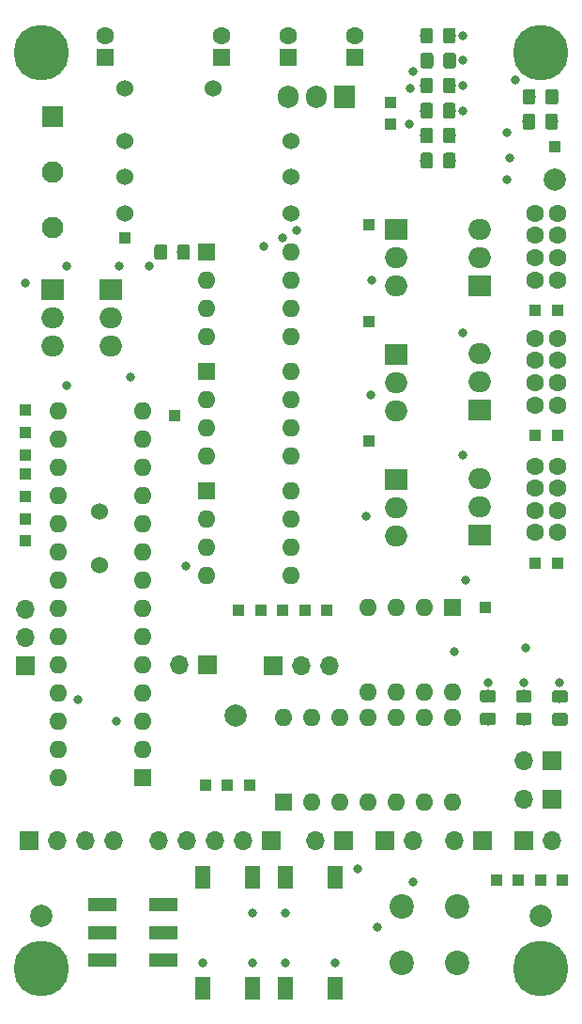
<source format=gts>
G04 #@! TF.GenerationSoftware,KiCad,Pcbnew,(5.1.4)-1*
G04 #@! TF.CreationDate,2019-12-31T15:47:17-06:00*
G04 #@! TF.ProjectId,bldc_controller_v2,626c6463-5f63-46f6-9e74-726f6c6c6572,rev?*
G04 #@! TF.SameCoordinates,Original*
G04 #@! TF.FileFunction,Soldermask,Top*
G04 #@! TF.FilePolarity,Negative*
%FSLAX46Y46*%
G04 Gerber Fmt 4.6, Leading zero omitted, Abs format (unit mm)*
G04 Created by KiCad (PCBNEW (5.1.4)-1) date 2019-12-31 15:47:17*
%MOMM*%
%LPD*%
G04 APERTURE LIST*
%ADD10R,1.000000X1.000000*%
%ADD11C,2.000000*%
%ADD12O,1.700000X1.700000*%
%ADD13R,1.700000X1.700000*%
%ADD14O,1.600000X1.600000*%
%ADD15R,1.600000X1.600000*%
%ADD16C,1.950000*%
%ADD17R,1.950000X1.950000*%
%ADD18C,1.524000*%
%ADD19C,2.200000*%
%ADD20R,2.000000X1.905000*%
%ADD21O,2.000000X1.905000*%
%ADD22R,2.500000X1.200000*%
%ADD23R,1.400000X2.100000*%
%ADD24C,0.100000*%
%ADD25C,1.150000*%
%ADD26O,1.905000X2.000000*%
%ADD27R,1.905000X2.000000*%
%ADD28C,1.600000*%
%ADD29C,5.000000*%
%ADD30C,0.800000*%
G04 APERTURE END LIST*
D10*
X157250000Y-138750000D03*
X160750000Y-110250000D03*
X163250000Y-138750000D03*
X114750000Y-104250000D03*
D11*
X162500000Y-75750000D03*
D10*
X156250000Y-114250000D03*
X145750000Y-99250000D03*
X134000000Y-114500000D03*
X161250000Y-138750000D03*
X114750000Y-106250000D03*
X160750000Y-98750000D03*
X136000000Y-114500000D03*
X159250000Y-138750000D03*
X114750000Y-98500000D03*
X162750000Y-110250000D03*
X145750000Y-88500000D03*
X138000000Y-114500000D03*
X133000000Y-130250000D03*
X114750000Y-102250000D03*
X162500000Y-72750000D03*
D11*
X133750000Y-124000000D03*
D10*
X114750000Y-108250000D03*
X162750000Y-98750000D03*
X160750000Y-87500000D03*
X140000000Y-114500000D03*
X135000000Y-130250000D03*
X114750000Y-96500000D03*
X147750000Y-70750000D03*
X162750000Y-87500000D03*
X145750000Y-79750000D03*
X142000000Y-114500000D03*
X131000000Y-130250000D03*
X114750000Y-100500000D03*
X123750000Y-81000000D03*
D11*
X116250000Y-142000000D03*
D10*
X128250000Y-97000000D03*
D11*
X161250000Y-142000000D03*
D10*
X147750000Y-68750000D03*
D12*
X162290000Y-135250000D03*
D13*
X159750000Y-135250000D03*
D12*
X140960000Y-135250000D03*
D13*
X143500000Y-135250000D03*
D12*
X159710000Y-131500000D03*
D13*
X162250000Y-131500000D03*
D12*
X153460000Y-135250000D03*
D13*
X156000000Y-135250000D03*
D12*
X149790000Y-135250000D03*
D13*
X147250000Y-135250000D03*
D12*
X159710000Y-128000000D03*
D13*
X162250000Y-128000000D03*
D12*
X128660000Y-119400000D03*
D13*
X131200000Y-119400000D03*
D14*
X138750000Y-82250000D03*
X131130000Y-89870000D03*
X138750000Y-84790000D03*
X131130000Y-87330000D03*
X138750000Y-87330000D03*
X131130000Y-84790000D03*
X138750000Y-89870000D03*
D15*
X131130000Y-82250000D03*
D13*
X137000000Y-135250000D03*
D12*
X134460000Y-135250000D03*
X131920000Y-135250000D03*
X129380000Y-135250000D03*
X126840000Y-135250000D03*
D16*
X117250000Y-80000000D03*
X117250000Y-75000000D03*
D17*
X117250000Y-70000000D03*
D18*
X131750000Y-67500000D03*
X123750000Y-67500000D03*
X123750000Y-75500000D03*
X138750000Y-75500000D03*
X123750000Y-72250000D03*
X138750000Y-72250000D03*
X123750000Y-78750000D03*
X138750000Y-78750000D03*
D19*
X153700000Y-146200000D03*
X153700000Y-141200000D03*
X148700000Y-141200000D03*
X148700000Y-146200000D03*
D18*
X121500000Y-110440000D03*
X121500000Y-105560000D03*
D14*
X138720000Y-103750000D03*
X131100000Y-111370000D03*
X138720000Y-106290000D03*
X131100000Y-108830000D03*
X138720000Y-108830000D03*
X131100000Y-106290000D03*
X138720000Y-111370000D03*
D15*
X131100000Y-103750000D03*
D14*
X138720000Y-92960000D03*
X131100000Y-100580000D03*
X138720000Y-95500000D03*
X131100000Y-98040000D03*
X138720000Y-98040000D03*
X131100000Y-95500000D03*
X138720000Y-100580000D03*
D15*
X131100000Y-92960000D03*
D14*
X138100000Y-124180000D03*
X153340000Y-131800000D03*
X140640000Y-124180000D03*
X150800000Y-131800000D03*
X143180000Y-124180000D03*
X148260000Y-131800000D03*
X145720000Y-124180000D03*
X145720000Y-131800000D03*
X148260000Y-124180000D03*
X143180000Y-131800000D03*
X150800000Y-124180000D03*
X140640000Y-131800000D03*
X153340000Y-124180000D03*
D15*
X138100000Y-131800000D03*
X153300000Y-114200000D03*
D14*
X145680000Y-121820000D03*
X150760000Y-114200000D03*
X148220000Y-121820000D03*
X148220000Y-114200000D03*
X150760000Y-121820000D03*
X145680000Y-114200000D03*
X153300000Y-121820000D03*
D20*
X117250000Y-85650000D03*
D21*
X117250000Y-88190000D03*
X117250000Y-90730000D03*
D20*
X122500000Y-85650000D03*
D21*
X122500000Y-88190000D03*
X122500000Y-90730000D03*
D15*
X125350000Y-129600000D03*
D14*
X117730000Y-96580000D03*
X125350000Y-127060000D03*
X117730000Y-99120000D03*
X125350000Y-124520000D03*
X117730000Y-101660000D03*
X125350000Y-121980000D03*
X117730000Y-104200000D03*
X125350000Y-119440000D03*
X117730000Y-106740000D03*
X125350000Y-116900000D03*
X117730000Y-109280000D03*
X125350000Y-114360000D03*
X117730000Y-111820000D03*
X125350000Y-111820000D03*
X117730000Y-114360000D03*
X125350000Y-109280000D03*
X117730000Y-116900000D03*
X125350000Y-106740000D03*
X117730000Y-119440000D03*
X125350000Y-104200000D03*
X117730000Y-121980000D03*
X125350000Y-101660000D03*
X117730000Y-124520000D03*
X125350000Y-99120000D03*
X117730000Y-127060000D03*
X125350000Y-96580000D03*
X117730000Y-129600000D03*
D22*
X121750000Y-146000000D03*
X121750000Y-143500000D03*
X121750000Y-141000000D03*
X127250000Y-141000000D03*
X127250000Y-146000000D03*
X127250000Y-143500000D03*
D23*
X138250000Y-148500000D03*
X142750000Y-148500000D03*
X138250000Y-138500000D03*
X142750000Y-138500000D03*
X130750000Y-148500000D03*
X135250000Y-148500000D03*
X130750000Y-138500000D03*
X135250000Y-138500000D03*
D24*
G36*
X160224505Y-121651204D02*
G01*
X160248773Y-121654804D01*
X160272572Y-121660765D01*
X160295671Y-121669030D01*
X160317850Y-121679520D01*
X160338893Y-121692132D01*
X160358599Y-121706747D01*
X160376777Y-121723223D01*
X160393253Y-121741401D01*
X160407868Y-121761107D01*
X160420480Y-121782150D01*
X160430970Y-121804329D01*
X160439235Y-121827428D01*
X160445196Y-121851227D01*
X160448796Y-121875495D01*
X160450000Y-121899999D01*
X160450000Y-122550001D01*
X160448796Y-122574505D01*
X160445196Y-122598773D01*
X160439235Y-122622572D01*
X160430970Y-122645671D01*
X160420480Y-122667850D01*
X160407868Y-122688893D01*
X160393253Y-122708599D01*
X160376777Y-122726777D01*
X160358599Y-122743253D01*
X160338893Y-122757868D01*
X160317850Y-122770480D01*
X160295671Y-122780970D01*
X160272572Y-122789235D01*
X160248773Y-122795196D01*
X160224505Y-122798796D01*
X160200001Y-122800000D01*
X159299999Y-122800000D01*
X159275495Y-122798796D01*
X159251227Y-122795196D01*
X159227428Y-122789235D01*
X159204329Y-122780970D01*
X159182150Y-122770480D01*
X159161107Y-122757868D01*
X159141401Y-122743253D01*
X159123223Y-122726777D01*
X159106747Y-122708599D01*
X159092132Y-122688893D01*
X159079520Y-122667850D01*
X159069030Y-122645671D01*
X159060765Y-122622572D01*
X159054804Y-122598773D01*
X159051204Y-122574505D01*
X159050000Y-122550001D01*
X159050000Y-121899999D01*
X159051204Y-121875495D01*
X159054804Y-121851227D01*
X159060765Y-121827428D01*
X159069030Y-121804329D01*
X159079520Y-121782150D01*
X159092132Y-121761107D01*
X159106747Y-121741401D01*
X159123223Y-121723223D01*
X159141401Y-121706747D01*
X159161107Y-121692132D01*
X159182150Y-121679520D01*
X159204329Y-121669030D01*
X159227428Y-121660765D01*
X159251227Y-121654804D01*
X159275495Y-121651204D01*
X159299999Y-121650000D01*
X160200001Y-121650000D01*
X160224505Y-121651204D01*
X160224505Y-121651204D01*
G37*
D25*
X159750000Y-122225000D03*
D24*
G36*
X160224505Y-123701204D02*
G01*
X160248773Y-123704804D01*
X160272572Y-123710765D01*
X160295671Y-123719030D01*
X160317850Y-123729520D01*
X160338893Y-123742132D01*
X160358599Y-123756747D01*
X160376777Y-123773223D01*
X160393253Y-123791401D01*
X160407868Y-123811107D01*
X160420480Y-123832150D01*
X160430970Y-123854329D01*
X160439235Y-123877428D01*
X160445196Y-123901227D01*
X160448796Y-123925495D01*
X160450000Y-123949999D01*
X160450000Y-124600001D01*
X160448796Y-124624505D01*
X160445196Y-124648773D01*
X160439235Y-124672572D01*
X160430970Y-124695671D01*
X160420480Y-124717850D01*
X160407868Y-124738893D01*
X160393253Y-124758599D01*
X160376777Y-124776777D01*
X160358599Y-124793253D01*
X160338893Y-124807868D01*
X160317850Y-124820480D01*
X160295671Y-124830970D01*
X160272572Y-124839235D01*
X160248773Y-124845196D01*
X160224505Y-124848796D01*
X160200001Y-124850000D01*
X159299999Y-124850000D01*
X159275495Y-124848796D01*
X159251227Y-124845196D01*
X159227428Y-124839235D01*
X159204329Y-124830970D01*
X159182150Y-124820480D01*
X159161107Y-124807868D01*
X159141401Y-124793253D01*
X159123223Y-124776777D01*
X159106747Y-124758599D01*
X159092132Y-124738893D01*
X159079520Y-124717850D01*
X159069030Y-124695671D01*
X159060765Y-124672572D01*
X159054804Y-124648773D01*
X159051204Y-124624505D01*
X159050000Y-124600001D01*
X159050000Y-123949999D01*
X159051204Y-123925495D01*
X159054804Y-123901227D01*
X159060765Y-123877428D01*
X159069030Y-123854329D01*
X159079520Y-123832150D01*
X159092132Y-123811107D01*
X159106747Y-123791401D01*
X159123223Y-123773223D01*
X159141401Y-123756747D01*
X159161107Y-123742132D01*
X159182150Y-123729520D01*
X159204329Y-123719030D01*
X159227428Y-123710765D01*
X159251227Y-123704804D01*
X159275495Y-123701204D01*
X159299999Y-123700000D01*
X160200001Y-123700000D01*
X160224505Y-123701204D01*
X160224505Y-123701204D01*
G37*
D25*
X159750000Y-124275000D03*
D24*
G36*
X156974505Y-121651204D02*
G01*
X156998773Y-121654804D01*
X157022572Y-121660765D01*
X157045671Y-121669030D01*
X157067850Y-121679520D01*
X157088893Y-121692132D01*
X157108599Y-121706747D01*
X157126777Y-121723223D01*
X157143253Y-121741401D01*
X157157868Y-121761107D01*
X157170480Y-121782150D01*
X157180970Y-121804329D01*
X157189235Y-121827428D01*
X157195196Y-121851227D01*
X157198796Y-121875495D01*
X157200000Y-121899999D01*
X157200000Y-122550001D01*
X157198796Y-122574505D01*
X157195196Y-122598773D01*
X157189235Y-122622572D01*
X157180970Y-122645671D01*
X157170480Y-122667850D01*
X157157868Y-122688893D01*
X157143253Y-122708599D01*
X157126777Y-122726777D01*
X157108599Y-122743253D01*
X157088893Y-122757868D01*
X157067850Y-122770480D01*
X157045671Y-122780970D01*
X157022572Y-122789235D01*
X156998773Y-122795196D01*
X156974505Y-122798796D01*
X156950001Y-122800000D01*
X156049999Y-122800000D01*
X156025495Y-122798796D01*
X156001227Y-122795196D01*
X155977428Y-122789235D01*
X155954329Y-122780970D01*
X155932150Y-122770480D01*
X155911107Y-122757868D01*
X155891401Y-122743253D01*
X155873223Y-122726777D01*
X155856747Y-122708599D01*
X155842132Y-122688893D01*
X155829520Y-122667850D01*
X155819030Y-122645671D01*
X155810765Y-122622572D01*
X155804804Y-122598773D01*
X155801204Y-122574505D01*
X155800000Y-122550001D01*
X155800000Y-121899999D01*
X155801204Y-121875495D01*
X155804804Y-121851227D01*
X155810765Y-121827428D01*
X155819030Y-121804329D01*
X155829520Y-121782150D01*
X155842132Y-121761107D01*
X155856747Y-121741401D01*
X155873223Y-121723223D01*
X155891401Y-121706747D01*
X155911107Y-121692132D01*
X155932150Y-121679520D01*
X155954329Y-121669030D01*
X155977428Y-121660765D01*
X156001227Y-121654804D01*
X156025495Y-121651204D01*
X156049999Y-121650000D01*
X156950001Y-121650000D01*
X156974505Y-121651204D01*
X156974505Y-121651204D01*
G37*
D25*
X156500000Y-122225000D03*
D24*
G36*
X156974505Y-123701204D02*
G01*
X156998773Y-123704804D01*
X157022572Y-123710765D01*
X157045671Y-123719030D01*
X157067850Y-123729520D01*
X157088893Y-123742132D01*
X157108599Y-123756747D01*
X157126777Y-123773223D01*
X157143253Y-123791401D01*
X157157868Y-123811107D01*
X157170480Y-123832150D01*
X157180970Y-123854329D01*
X157189235Y-123877428D01*
X157195196Y-123901227D01*
X157198796Y-123925495D01*
X157200000Y-123949999D01*
X157200000Y-124600001D01*
X157198796Y-124624505D01*
X157195196Y-124648773D01*
X157189235Y-124672572D01*
X157180970Y-124695671D01*
X157170480Y-124717850D01*
X157157868Y-124738893D01*
X157143253Y-124758599D01*
X157126777Y-124776777D01*
X157108599Y-124793253D01*
X157088893Y-124807868D01*
X157067850Y-124820480D01*
X157045671Y-124830970D01*
X157022572Y-124839235D01*
X156998773Y-124845196D01*
X156974505Y-124848796D01*
X156950001Y-124850000D01*
X156049999Y-124850000D01*
X156025495Y-124848796D01*
X156001227Y-124845196D01*
X155977428Y-124839235D01*
X155954329Y-124830970D01*
X155932150Y-124820480D01*
X155911107Y-124807868D01*
X155891401Y-124793253D01*
X155873223Y-124776777D01*
X155856747Y-124758599D01*
X155842132Y-124738893D01*
X155829520Y-124717850D01*
X155819030Y-124695671D01*
X155810765Y-124672572D01*
X155804804Y-124648773D01*
X155801204Y-124624505D01*
X155800000Y-124600001D01*
X155800000Y-123949999D01*
X155801204Y-123925495D01*
X155804804Y-123901227D01*
X155810765Y-123877428D01*
X155819030Y-123854329D01*
X155829520Y-123832150D01*
X155842132Y-123811107D01*
X155856747Y-123791401D01*
X155873223Y-123773223D01*
X155891401Y-123756747D01*
X155911107Y-123742132D01*
X155932150Y-123729520D01*
X155954329Y-123719030D01*
X155977428Y-123710765D01*
X156001227Y-123704804D01*
X156025495Y-123701204D01*
X156049999Y-123700000D01*
X156950001Y-123700000D01*
X156974505Y-123701204D01*
X156974505Y-123701204D01*
G37*
D25*
X156500000Y-124275000D03*
D24*
G36*
X163474505Y-121676204D02*
G01*
X163498773Y-121679804D01*
X163522572Y-121685765D01*
X163545671Y-121694030D01*
X163567850Y-121704520D01*
X163588893Y-121717132D01*
X163608599Y-121731747D01*
X163626777Y-121748223D01*
X163643253Y-121766401D01*
X163657868Y-121786107D01*
X163670480Y-121807150D01*
X163680970Y-121829329D01*
X163689235Y-121852428D01*
X163695196Y-121876227D01*
X163698796Y-121900495D01*
X163700000Y-121924999D01*
X163700000Y-122575001D01*
X163698796Y-122599505D01*
X163695196Y-122623773D01*
X163689235Y-122647572D01*
X163680970Y-122670671D01*
X163670480Y-122692850D01*
X163657868Y-122713893D01*
X163643253Y-122733599D01*
X163626777Y-122751777D01*
X163608599Y-122768253D01*
X163588893Y-122782868D01*
X163567850Y-122795480D01*
X163545671Y-122805970D01*
X163522572Y-122814235D01*
X163498773Y-122820196D01*
X163474505Y-122823796D01*
X163450001Y-122825000D01*
X162549999Y-122825000D01*
X162525495Y-122823796D01*
X162501227Y-122820196D01*
X162477428Y-122814235D01*
X162454329Y-122805970D01*
X162432150Y-122795480D01*
X162411107Y-122782868D01*
X162391401Y-122768253D01*
X162373223Y-122751777D01*
X162356747Y-122733599D01*
X162342132Y-122713893D01*
X162329520Y-122692850D01*
X162319030Y-122670671D01*
X162310765Y-122647572D01*
X162304804Y-122623773D01*
X162301204Y-122599505D01*
X162300000Y-122575001D01*
X162300000Y-121924999D01*
X162301204Y-121900495D01*
X162304804Y-121876227D01*
X162310765Y-121852428D01*
X162319030Y-121829329D01*
X162329520Y-121807150D01*
X162342132Y-121786107D01*
X162356747Y-121766401D01*
X162373223Y-121748223D01*
X162391401Y-121731747D01*
X162411107Y-121717132D01*
X162432150Y-121704520D01*
X162454329Y-121694030D01*
X162477428Y-121685765D01*
X162501227Y-121679804D01*
X162525495Y-121676204D01*
X162549999Y-121675000D01*
X163450001Y-121675000D01*
X163474505Y-121676204D01*
X163474505Y-121676204D01*
G37*
D25*
X163000000Y-122250000D03*
D24*
G36*
X163474505Y-123726204D02*
G01*
X163498773Y-123729804D01*
X163522572Y-123735765D01*
X163545671Y-123744030D01*
X163567850Y-123754520D01*
X163588893Y-123767132D01*
X163608599Y-123781747D01*
X163626777Y-123798223D01*
X163643253Y-123816401D01*
X163657868Y-123836107D01*
X163670480Y-123857150D01*
X163680970Y-123879329D01*
X163689235Y-123902428D01*
X163695196Y-123926227D01*
X163698796Y-123950495D01*
X163700000Y-123974999D01*
X163700000Y-124625001D01*
X163698796Y-124649505D01*
X163695196Y-124673773D01*
X163689235Y-124697572D01*
X163680970Y-124720671D01*
X163670480Y-124742850D01*
X163657868Y-124763893D01*
X163643253Y-124783599D01*
X163626777Y-124801777D01*
X163608599Y-124818253D01*
X163588893Y-124832868D01*
X163567850Y-124845480D01*
X163545671Y-124855970D01*
X163522572Y-124864235D01*
X163498773Y-124870196D01*
X163474505Y-124873796D01*
X163450001Y-124875000D01*
X162549999Y-124875000D01*
X162525495Y-124873796D01*
X162501227Y-124870196D01*
X162477428Y-124864235D01*
X162454329Y-124855970D01*
X162432150Y-124845480D01*
X162411107Y-124832868D01*
X162391401Y-124818253D01*
X162373223Y-124801777D01*
X162356747Y-124783599D01*
X162342132Y-124763893D01*
X162329520Y-124742850D01*
X162319030Y-124720671D01*
X162310765Y-124697572D01*
X162304804Y-124673773D01*
X162301204Y-124649505D01*
X162300000Y-124625001D01*
X162300000Y-123974999D01*
X162301204Y-123950495D01*
X162304804Y-123926227D01*
X162310765Y-123902428D01*
X162319030Y-123879329D01*
X162329520Y-123857150D01*
X162342132Y-123836107D01*
X162356747Y-123816401D01*
X162373223Y-123798223D01*
X162391401Y-123781747D01*
X162411107Y-123767132D01*
X162432150Y-123754520D01*
X162454329Y-123744030D01*
X162477428Y-123735765D01*
X162501227Y-123729804D01*
X162525495Y-123726204D01*
X162549999Y-123725000D01*
X163450001Y-123725000D01*
X163474505Y-123726204D01*
X163474505Y-123726204D01*
G37*
D25*
X163000000Y-124300000D03*
D24*
G36*
X162599505Y-69801204D02*
G01*
X162623773Y-69804804D01*
X162647572Y-69810765D01*
X162670671Y-69819030D01*
X162692850Y-69829520D01*
X162713893Y-69842132D01*
X162733599Y-69856747D01*
X162751777Y-69873223D01*
X162768253Y-69891401D01*
X162782868Y-69911107D01*
X162795480Y-69932150D01*
X162805970Y-69954329D01*
X162814235Y-69977428D01*
X162820196Y-70001227D01*
X162823796Y-70025495D01*
X162825000Y-70049999D01*
X162825000Y-70950001D01*
X162823796Y-70974505D01*
X162820196Y-70998773D01*
X162814235Y-71022572D01*
X162805970Y-71045671D01*
X162795480Y-71067850D01*
X162782868Y-71088893D01*
X162768253Y-71108599D01*
X162751777Y-71126777D01*
X162733599Y-71143253D01*
X162713893Y-71157868D01*
X162692850Y-71170480D01*
X162670671Y-71180970D01*
X162647572Y-71189235D01*
X162623773Y-71195196D01*
X162599505Y-71198796D01*
X162575001Y-71200000D01*
X161924999Y-71200000D01*
X161900495Y-71198796D01*
X161876227Y-71195196D01*
X161852428Y-71189235D01*
X161829329Y-71180970D01*
X161807150Y-71170480D01*
X161786107Y-71157868D01*
X161766401Y-71143253D01*
X161748223Y-71126777D01*
X161731747Y-71108599D01*
X161717132Y-71088893D01*
X161704520Y-71067850D01*
X161694030Y-71045671D01*
X161685765Y-71022572D01*
X161679804Y-70998773D01*
X161676204Y-70974505D01*
X161675000Y-70950001D01*
X161675000Y-70049999D01*
X161676204Y-70025495D01*
X161679804Y-70001227D01*
X161685765Y-69977428D01*
X161694030Y-69954329D01*
X161704520Y-69932150D01*
X161717132Y-69911107D01*
X161731747Y-69891401D01*
X161748223Y-69873223D01*
X161766401Y-69856747D01*
X161786107Y-69842132D01*
X161807150Y-69829520D01*
X161829329Y-69819030D01*
X161852428Y-69810765D01*
X161876227Y-69804804D01*
X161900495Y-69801204D01*
X161924999Y-69800000D01*
X162575001Y-69800000D01*
X162599505Y-69801204D01*
X162599505Y-69801204D01*
G37*
D25*
X162250000Y-70500000D03*
D24*
G36*
X160549505Y-69801204D02*
G01*
X160573773Y-69804804D01*
X160597572Y-69810765D01*
X160620671Y-69819030D01*
X160642850Y-69829520D01*
X160663893Y-69842132D01*
X160683599Y-69856747D01*
X160701777Y-69873223D01*
X160718253Y-69891401D01*
X160732868Y-69911107D01*
X160745480Y-69932150D01*
X160755970Y-69954329D01*
X160764235Y-69977428D01*
X160770196Y-70001227D01*
X160773796Y-70025495D01*
X160775000Y-70049999D01*
X160775000Y-70950001D01*
X160773796Y-70974505D01*
X160770196Y-70998773D01*
X160764235Y-71022572D01*
X160755970Y-71045671D01*
X160745480Y-71067850D01*
X160732868Y-71088893D01*
X160718253Y-71108599D01*
X160701777Y-71126777D01*
X160683599Y-71143253D01*
X160663893Y-71157868D01*
X160642850Y-71170480D01*
X160620671Y-71180970D01*
X160597572Y-71189235D01*
X160573773Y-71195196D01*
X160549505Y-71198796D01*
X160525001Y-71200000D01*
X159874999Y-71200000D01*
X159850495Y-71198796D01*
X159826227Y-71195196D01*
X159802428Y-71189235D01*
X159779329Y-71180970D01*
X159757150Y-71170480D01*
X159736107Y-71157868D01*
X159716401Y-71143253D01*
X159698223Y-71126777D01*
X159681747Y-71108599D01*
X159667132Y-71088893D01*
X159654520Y-71067850D01*
X159644030Y-71045671D01*
X159635765Y-71022572D01*
X159629804Y-70998773D01*
X159626204Y-70974505D01*
X159625000Y-70950001D01*
X159625000Y-70049999D01*
X159626204Y-70025495D01*
X159629804Y-70001227D01*
X159635765Y-69977428D01*
X159644030Y-69954329D01*
X159654520Y-69932150D01*
X159667132Y-69911107D01*
X159681747Y-69891401D01*
X159698223Y-69873223D01*
X159716401Y-69856747D01*
X159736107Y-69842132D01*
X159757150Y-69829520D01*
X159779329Y-69819030D01*
X159802428Y-69810765D01*
X159826227Y-69804804D01*
X159850495Y-69801204D01*
X159874999Y-69800000D01*
X160525001Y-69800000D01*
X160549505Y-69801204D01*
X160549505Y-69801204D01*
G37*
D25*
X160200000Y-70500000D03*
D24*
G36*
X162624505Y-67551204D02*
G01*
X162648773Y-67554804D01*
X162672572Y-67560765D01*
X162695671Y-67569030D01*
X162717850Y-67579520D01*
X162738893Y-67592132D01*
X162758599Y-67606747D01*
X162776777Y-67623223D01*
X162793253Y-67641401D01*
X162807868Y-67661107D01*
X162820480Y-67682150D01*
X162830970Y-67704329D01*
X162839235Y-67727428D01*
X162845196Y-67751227D01*
X162848796Y-67775495D01*
X162850000Y-67799999D01*
X162850000Y-68700001D01*
X162848796Y-68724505D01*
X162845196Y-68748773D01*
X162839235Y-68772572D01*
X162830970Y-68795671D01*
X162820480Y-68817850D01*
X162807868Y-68838893D01*
X162793253Y-68858599D01*
X162776777Y-68876777D01*
X162758599Y-68893253D01*
X162738893Y-68907868D01*
X162717850Y-68920480D01*
X162695671Y-68930970D01*
X162672572Y-68939235D01*
X162648773Y-68945196D01*
X162624505Y-68948796D01*
X162600001Y-68950000D01*
X161949999Y-68950000D01*
X161925495Y-68948796D01*
X161901227Y-68945196D01*
X161877428Y-68939235D01*
X161854329Y-68930970D01*
X161832150Y-68920480D01*
X161811107Y-68907868D01*
X161791401Y-68893253D01*
X161773223Y-68876777D01*
X161756747Y-68858599D01*
X161742132Y-68838893D01*
X161729520Y-68817850D01*
X161719030Y-68795671D01*
X161710765Y-68772572D01*
X161704804Y-68748773D01*
X161701204Y-68724505D01*
X161700000Y-68700001D01*
X161700000Y-67799999D01*
X161701204Y-67775495D01*
X161704804Y-67751227D01*
X161710765Y-67727428D01*
X161719030Y-67704329D01*
X161729520Y-67682150D01*
X161742132Y-67661107D01*
X161756747Y-67641401D01*
X161773223Y-67623223D01*
X161791401Y-67606747D01*
X161811107Y-67592132D01*
X161832150Y-67579520D01*
X161854329Y-67569030D01*
X161877428Y-67560765D01*
X161901227Y-67554804D01*
X161925495Y-67551204D01*
X161949999Y-67550000D01*
X162600001Y-67550000D01*
X162624505Y-67551204D01*
X162624505Y-67551204D01*
G37*
D25*
X162275000Y-68250000D03*
D24*
G36*
X160574505Y-67551204D02*
G01*
X160598773Y-67554804D01*
X160622572Y-67560765D01*
X160645671Y-67569030D01*
X160667850Y-67579520D01*
X160688893Y-67592132D01*
X160708599Y-67606747D01*
X160726777Y-67623223D01*
X160743253Y-67641401D01*
X160757868Y-67661107D01*
X160770480Y-67682150D01*
X160780970Y-67704329D01*
X160789235Y-67727428D01*
X160795196Y-67751227D01*
X160798796Y-67775495D01*
X160800000Y-67799999D01*
X160800000Y-68700001D01*
X160798796Y-68724505D01*
X160795196Y-68748773D01*
X160789235Y-68772572D01*
X160780970Y-68795671D01*
X160770480Y-68817850D01*
X160757868Y-68838893D01*
X160743253Y-68858599D01*
X160726777Y-68876777D01*
X160708599Y-68893253D01*
X160688893Y-68907868D01*
X160667850Y-68920480D01*
X160645671Y-68930970D01*
X160622572Y-68939235D01*
X160598773Y-68945196D01*
X160574505Y-68948796D01*
X160550001Y-68950000D01*
X159899999Y-68950000D01*
X159875495Y-68948796D01*
X159851227Y-68945196D01*
X159827428Y-68939235D01*
X159804329Y-68930970D01*
X159782150Y-68920480D01*
X159761107Y-68907868D01*
X159741401Y-68893253D01*
X159723223Y-68876777D01*
X159706747Y-68858599D01*
X159692132Y-68838893D01*
X159679520Y-68817850D01*
X159669030Y-68795671D01*
X159660765Y-68772572D01*
X159654804Y-68748773D01*
X159651204Y-68724505D01*
X159650000Y-68700001D01*
X159650000Y-67799999D01*
X159651204Y-67775495D01*
X159654804Y-67751227D01*
X159660765Y-67727428D01*
X159669030Y-67704329D01*
X159679520Y-67682150D01*
X159692132Y-67661107D01*
X159706747Y-67641401D01*
X159723223Y-67623223D01*
X159741401Y-67606747D01*
X159761107Y-67592132D01*
X159782150Y-67579520D01*
X159804329Y-67569030D01*
X159827428Y-67560765D01*
X159851227Y-67554804D01*
X159875495Y-67551204D01*
X159899999Y-67550000D01*
X160550001Y-67550000D01*
X160574505Y-67551204D01*
X160574505Y-67551204D01*
G37*
D25*
X160225000Y-68250000D03*
D21*
X155750000Y-102670000D03*
X155750000Y-105210000D03*
D20*
X155750000Y-107750000D03*
D21*
X148250000Y-107830000D03*
X148250000Y-105290000D03*
D20*
X148250000Y-102750000D03*
D21*
X155750000Y-91420000D03*
X155750000Y-93960000D03*
D20*
X155750000Y-96500000D03*
D21*
X148250000Y-96580000D03*
X148250000Y-94040000D03*
D20*
X148250000Y-91500000D03*
D21*
X155750000Y-80170000D03*
X155750000Y-82710000D03*
D20*
X155750000Y-85250000D03*
X148250000Y-80210000D03*
D21*
X148250000Y-82750000D03*
X148250000Y-85290000D03*
D26*
X138460000Y-68250000D03*
X141000000Y-68250000D03*
D27*
X143540000Y-68250000D03*
D12*
X122740000Y-135250000D03*
X120200000Y-135250000D03*
X117660000Y-135250000D03*
D13*
X115120000Y-135250000D03*
X114750000Y-119500000D03*
D12*
X114750000Y-116960000D03*
X114750000Y-114420000D03*
D13*
X137170000Y-119500000D03*
D12*
X139710000Y-119500000D03*
X142250000Y-119500000D03*
D24*
G36*
X151324505Y-73301204D02*
G01*
X151348773Y-73304804D01*
X151372572Y-73310765D01*
X151395671Y-73319030D01*
X151417850Y-73329520D01*
X151438893Y-73342132D01*
X151458599Y-73356747D01*
X151476777Y-73373223D01*
X151493253Y-73391401D01*
X151507868Y-73411107D01*
X151520480Y-73432150D01*
X151530970Y-73454329D01*
X151539235Y-73477428D01*
X151545196Y-73501227D01*
X151548796Y-73525495D01*
X151550000Y-73549999D01*
X151550000Y-74450001D01*
X151548796Y-74474505D01*
X151545196Y-74498773D01*
X151539235Y-74522572D01*
X151530970Y-74545671D01*
X151520480Y-74567850D01*
X151507868Y-74588893D01*
X151493253Y-74608599D01*
X151476777Y-74626777D01*
X151458599Y-74643253D01*
X151438893Y-74657868D01*
X151417850Y-74670480D01*
X151395671Y-74680970D01*
X151372572Y-74689235D01*
X151348773Y-74695196D01*
X151324505Y-74698796D01*
X151300001Y-74700000D01*
X150649999Y-74700000D01*
X150625495Y-74698796D01*
X150601227Y-74695196D01*
X150577428Y-74689235D01*
X150554329Y-74680970D01*
X150532150Y-74670480D01*
X150511107Y-74657868D01*
X150491401Y-74643253D01*
X150473223Y-74626777D01*
X150456747Y-74608599D01*
X150442132Y-74588893D01*
X150429520Y-74567850D01*
X150419030Y-74545671D01*
X150410765Y-74522572D01*
X150404804Y-74498773D01*
X150401204Y-74474505D01*
X150400000Y-74450001D01*
X150400000Y-73549999D01*
X150401204Y-73525495D01*
X150404804Y-73501227D01*
X150410765Y-73477428D01*
X150419030Y-73454329D01*
X150429520Y-73432150D01*
X150442132Y-73411107D01*
X150456747Y-73391401D01*
X150473223Y-73373223D01*
X150491401Y-73356747D01*
X150511107Y-73342132D01*
X150532150Y-73329520D01*
X150554329Y-73319030D01*
X150577428Y-73310765D01*
X150601227Y-73304804D01*
X150625495Y-73301204D01*
X150649999Y-73300000D01*
X151300001Y-73300000D01*
X151324505Y-73301204D01*
X151324505Y-73301204D01*
G37*
D25*
X150975000Y-74000000D03*
D24*
G36*
X153374505Y-73301204D02*
G01*
X153398773Y-73304804D01*
X153422572Y-73310765D01*
X153445671Y-73319030D01*
X153467850Y-73329520D01*
X153488893Y-73342132D01*
X153508599Y-73356747D01*
X153526777Y-73373223D01*
X153543253Y-73391401D01*
X153557868Y-73411107D01*
X153570480Y-73432150D01*
X153580970Y-73454329D01*
X153589235Y-73477428D01*
X153595196Y-73501227D01*
X153598796Y-73525495D01*
X153600000Y-73549999D01*
X153600000Y-74450001D01*
X153598796Y-74474505D01*
X153595196Y-74498773D01*
X153589235Y-74522572D01*
X153580970Y-74545671D01*
X153570480Y-74567850D01*
X153557868Y-74588893D01*
X153543253Y-74608599D01*
X153526777Y-74626777D01*
X153508599Y-74643253D01*
X153488893Y-74657868D01*
X153467850Y-74670480D01*
X153445671Y-74680970D01*
X153422572Y-74689235D01*
X153398773Y-74695196D01*
X153374505Y-74698796D01*
X153350001Y-74700000D01*
X152699999Y-74700000D01*
X152675495Y-74698796D01*
X152651227Y-74695196D01*
X152627428Y-74689235D01*
X152604329Y-74680970D01*
X152582150Y-74670480D01*
X152561107Y-74657868D01*
X152541401Y-74643253D01*
X152523223Y-74626777D01*
X152506747Y-74608599D01*
X152492132Y-74588893D01*
X152479520Y-74567850D01*
X152469030Y-74545671D01*
X152460765Y-74522572D01*
X152454804Y-74498773D01*
X152451204Y-74474505D01*
X152450000Y-74450001D01*
X152450000Y-73549999D01*
X152451204Y-73525495D01*
X152454804Y-73501227D01*
X152460765Y-73477428D01*
X152469030Y-73454329D01*
X152479520Y-73432150D01*
X152492132Y-73411107D01*
X152506747Y-73391401D01*
X152523223Y-73373223D01*
X152541401Y-73356747D01*
X152561107Y-73342132D01*
X152582150Y-73329520D01*
X152604329Y-73319030D01*
X152627428Y-73310765D01*
X152651227Y-73304804D01*
X152675495Y-73301204D01*
X152699999Y-73300000D01*
X153350001Y-73300000D01*
X153374505Y-73301204D01*
X153374505Y-73301204D01*
G37*
D25*
X153025000Y-74000000D03*
D24*
G36*
X151324505Y-68801204D02*
G01*
X151348773Y-68804804D01*
X151372572Y-68810765D01*
X151395671Y-68819030D01*
X151417850Y-68829520D01*
X151438893Y-68842132D01*
X151458599Y-68856747D01*
X151476777Y-68873223D01*
X151493253Y-68891401D01*
X151507868Y-68911107D01*
X151520480Y-68932150D01*
X151530970Y-68954329D01*
X151539235Y-68977428D01*
X151545196Y-69001227D01*
X151548796Y-69025495D01*
X151550000Y-69049999D01*
X151550000Y-69950001D01*
X151548796Y-69974505D01*
X151545196Y-69998773D01*
X151539235Y-70022572D01*
X151530970Y-70045671D01*
X151520480Y-70067850D01*
X151507868Y-70088893D01*
X151493253Y-70108599D01*
X151476777Y-70126777D01*
X151458599Y-70143253D01*
X151438893Y-70157868D01*
X151417850Y-70170480D01*
X151395671Y-70180970D01*
X151372572Y-70189235D01*
X151348773Y-70195196D01*
X151324505Y-70198796D01*
X151300001Y-70200000D01*
X150649999Y-70200000D01*
X150625495Y-70198796D01*
X150601227Y-70195196D01*
X150577428Y-70189235D01*
X150554329Y-70180970D01*
X150532150Y-70170480D01*
X150511107Y-70157868D01*
X150491401Y-70143253D01*
X150473223Y-70126777D01*
X150456747Y-70108599D01*
X150442132Y-70088893D01*
X150429520Y-70067850D01*
X150419030Y-70045671D01*
X150410765Y-70022572D01*
X150404804Y-69998773D01*
X150401204Y-69974505D01*
X150400000Y-69950001D01*
X150400000Y-69049999D01*
X150401204Y-69025495D01*
X150404804Y-69001227D01*
X150410765Y-68977428D01*
X150419030Y-68954329D01*
X150429520Y-68932150D01*
X150442132Y-68911107D01*
X150456747Y-68891401D01*
X150473223Y-68873223D01*
X150491401Y-68856747D01*
X150511107Y-68842132D01*
X150532150Y-68829520D01*
X150554329Y-68819030D01*
X150577428Y-68810765D01*
X150601227Y-68804804D01*
X150625495Y-68801204D01*
X150649999Y-68800000D01*
X151300001Y-68800000D01*
X151324505Y-68801204D01*
X151324505Y-68801204D01*
G37*
D25*
X150975000Y-69500000D03*
D24*
G36*
X153374505Y-68801204D02*
G01*
X153398773Y-68804804D01*
X153422572Y-68810765D01*
X153445671Y-68819030D01*
X153467850Y-68829520D01*
X153488893Y-68842132D01*
X153508599Y-68856747D01*
X153526777Y-68873223D01*
X153543253Y-68891401D01*
X153557868Y-68911107D01*
X153570480Y-68932150D01*
X153580970Y-68954329D01*
X153589235Y-68977428D01*
X153595196Y-69001227D01*
X153598796Y-69025495D01*
X153600000Y-69049999D01*
X153600000Y-69950001D01*
X153598796Y-69974505D01*
X153595196Y-69998773D01*
X153589235Y-70022572D01*
X153580970Y-70045671D01*
X153570480Y-70067850D01*
X153557868Y-70088893D01*
X153543253Y-70108599D01*
X153526777Y-70126777D01*
X153508599Y-70143253D01*
X153488893Y-70157868D01*
X153467850Y-70170480D01*
X153445671Y-70180970D01*
X153422572Y-70189235D01*
X153398773Y-70195196D01*
X153374505Y-70198796D01*
X153350001Y-70200000D01*
X152699999Y-70200000D01*
X152675495Y-70198796D01*
X152651227Y-70195196D01*
X152627428Y-70189235D01*
X152604329Y-70180970D01*
X152582150Y-70170480D01*
X152561107Y-70157868D01*
X152541401Y-70143253D01*
X152523223Y-70126777D01*
X152506747Y-70108599D01*
X152492132Y-70088893D01*
X152479520Y-70067850D01*
X152469030Y-70045671D01*
X152460765Y-70022572D01*
X152454804Y-69998773D01*
X152451204Y-69974505D01*
X152450000Y-69950001D01*
X152450000Y-69049999D01*
X152451204Y-69025495D01*
X152454804Y-69001227D01*
X152460765Y-68977428D01*
X152469030Y-68954329D01*
X152479520Y-68932150D01*
X152492132Y-68911107D01*
X152506747Y-68891401D01*
X152523223Y-68873223D01*
X152541401Y-68856747D01*
X152561107Y-68842132D01*
X152582150Y-68829520D01*
X152604329Y-68819030D01*
X152627428Y-68810765D01*
X152651227Y-68804804D01*
X152675495Y-68801204D01*
X152699999Y-68800000D01*
X153350001Y-68800000D01*
X153374505Y-68801204D01*
X153374505Y-68801204D01*
G37*
D25*
X153025000Y-69500000D03*
D24*
G36*
X151324505Y-66551204D02*
G01*
X151348773Y-66554804D01*
X151372572Y-66560765D01*
X151395671Y-66569030D01*
X151417850Y-66579520D01*
X151438893Y-66592132D01*
X151458599Y-66606747D01*
X151476777Y-66623223D01*
X151493253Y-66641401D01*
X151507868Y-66661107D01*
X151520480Y-66682150D01*
X151530970Y-66704329D01*
X151539235Y-66727428D01*
X151545196Y-66751227D01*
X151548796Y-66775495D01*
X151550000Y-66799999D01*
X151550000Y-67700001D01*
X151548796Y-67724505D01*
X151545196Y-67748773D01*
X151539235Y-67772572D01*
X151530970Y-67795671D01*
X151520480Y-67817850D01*
X151507868Y-67838893D01*
X151493253Y-67858599D01*
X151476777Y-67876777D01*
X151458599Y-67893253D01*
X151438893Y-67907868D01*
X151417850Y-67920480D01*
X151395671Y-67930970D01*
X151372572Y-67939235D01*
X151348773Y-67945196D01*
X151324505Y-67948796D01*
X151300001Y-67950000D01*
X150649999Y-67950000D01*
X150625495Y-67948796D01*
X150601227Y-67945196D01*
X150577428Y-67939235D01*
X150554329Y-67930970D01*
X150532150Y-67920480D01*
X150511107Y-67907868D01*
X150491401Y-67893253D01*
X150473223Y-67876777D01*
X150456747Y-67858599D01*
X150442132Y-67838893D01*
X150429520Y-67817850D01*
X150419030Y-67795671D01*
X150410765Y-67772572D01*
X150404804Y-67748773D01*
X150401204Y-67724505D01*
X150400000Y-67700001D01*
X150400000Y-66799999D01*
X150401204Y-66775495D01*
X150404804Y-66751227D01*
X150410765Y-66727428D01*
X150419030Y-66704329D01*
X150429520Y-66682150D01*
X150442132Y-66661107D01*
X150456747Y-66641401D01*
X150473223Y-66623223D01*
X150491401Y-66606747D01*
X150511107Y-66592132D01*
X150532150Y-66579520D01*
X150554329Y-66569030D01*
X150577428Y-66560765D01*
X150601227Y-66554804D01*
X150625495Y-66551204D01*
X150649999Y-66550000D01*
X151300001Y-66550000D01*
X151324505Y-66551204D01*
X151324505Y-66551204D01*
G37*
D25*
X150975000Y-67250000D03*
D24*
G36*
X153374505Y-66551204D02*
G01*
X153398773Y-66554804D01*
X153422572Y-66560765D01*
X153445671Y-66569030D01*
X153467850Y-66579520D01*
X153488893Y-66592132D01*
X153508599Y-66606747D01*
X153526777Y-66623223D01*
X153543253Y-66641401D01*
X153557868Y-66661107D01*
X153570480Y-66682150D01*
X153580970Y-66704329D01*
X153589235Y-66727428D01*
X153595196Y-66751227D01*
X153598796Y-66775495D01*
X153600000Y-66799999D01*
X153600000Y-67700001D01*
X153598796Y-67724505D01*
X153595196Y-67748773D01*
X153589235Y-67772572D01*
X153580970Y-67795671D01*
X153570480Y-67817850D01*
X153557868Y-67838893D01*
X153543253Y-67858599D01*
X153526777Y-67876777D01*
X153508599Y-67893253D01*
X153488893Y-67907868D01*
X153467850Y-67920480D01*
X153445671Y-67930970D01*
X153422572Y-67939235D01*
X153398773Y-67945196D01*
X153374505Y-67948796D01*
X153350001Y-67950000D01*
X152699999Y-67950000D01*
X152675495Y-67948796D01*
X152651227Y-67945196D01*
X152627428Y-67939235D01*
X152604329Y-67930970D01*
X152582150Y-67920480D01*
X152561107Y-67907868D01*
X152541401Y-67893253D01*
X152523223Y-67876777D01*
X152506747Y-67858599D01*
X152492132Y-67838893D01*
X152479520Y-67817850D01*
X152469030Y-67795671D01*
X152460765Y-67772572D01*
X152454804Y-67748773D01*
X152451204Y-67724505D01*
X152450000Y-67700001D01*
X152450000Y-66799999D01*
X152451204Y-66775495D01*
X152454804Y-66751227D01*
X152460765Y-66727428D01*
X152469030Y-66704329D01*
X152479520Y-66682150D01*
X152492132Y-66661107D01*
X152506747Y-66641401D01*
X152523223Y-66623223D01*
X152541401Y-66606747D01*
X152561107Y-66592132D01*
X152582150Y-66579520D01*
X152604329Y-66569030D01*
X152627428Y-66560765D01*
X152651227Y-66554804D01*
X152675495Y-66551204D01*
X152699999Y-66550000D01*
X153350001Y-66550000D01*
X153374505Y-66551204D01*
X153374505Y-66551204D01*
G37*
D25*
X153025000Y-67250000D03*
D24*
G36*
X151324505Y-71051204D02*
G01*
X151348773Y-71054804D01*
X151372572Y-71060765D01*
X151395671Y-71069030D01*
X151417850Y-71079520D01*
X151438893Y-71092132D01*
X151458599Y-71106747D01*
X151476777Y-71123223D01*
X151493253Y-71141401D01*
X151507868Y-71161107D01*
X151520480Y-71182150D01*
X151530970Y-71204329D01*
X151539235Y-71227428D01*
X151545196Y-71251227D01*
X151548796Y-71275495D01*
X151550000Y-71299999D01*
X151550000Y-72200001D01*
X151548796Y-72224505D01*
X151545196Y-72248773D01*
X151539235Y-72272572D01*
X151530970Y-72295671D01*
X151520480Y-72317850D01*
X151507868Y-72338893D01*
X151493253Y-72358599D01*
X151476777Y-72376777D01*
X151458599Y-72393253D01*
X151438893Y-72407868D01*
X151417850Y-72420480D01*
X151395671Y-72430970D01*
X151372572Y-72439235D01*
X151348773Y-72445196D01*
X151324505Y-72448796D01*
X151300001Y-72450000D01*
X150649999Y-72450000D01*
X150625495Y-72448796D01*
X150601227Y-72445196D01*
X150577428Y-72439235D01*
X150554329Y-72430970D01*
X150532150Y-72420480D01*
X150511107Y-72407868D01*
X150491401Y-72393253D01*
X150473223Y-72376777D01*
X150456747Y-72358599D01*
X150442132Y-72338893D01*
X150429520Y-72317850D01*
X150419030Y-72295671D01*
X150410765Y-72272572D01*
X150404804Y-72248773D01*
X150401204Y-72224505D01*
X150400000Y-72200001D01*
X150400000Y-71299999D01*
X150401204Y-71275495D01*
X150404804Y-71251227D01*
X150410765Y-71227428D01*
X150419030Y-71204329D01*
X150429520Y-71182150D01*
X150442132Y-71161107D01*
X150456747Y-71141401D01*
X150473223Y-71123223D01*
X150491401Y-71106747D01*
X150511107Y-71092132D01*
X150532150Y-71079520D01*
X150554329Y-71069030D01*
X150577428Y-71060765D01*
X150601227Y-71054804D01*
X150625495Y-71051204D01*
X150649999Y-71050000D01*
X151300001Y-71050000D01*
X151324505Y-71051204D01*
X151324505Y-71051204D01*
G37*
D25*
X150975000Y-71750000D03*
D24*
G36*
X153374505Y-71051204D02*
G01*
X153398773Y-71054804D01*
X153422572Y-71060765D01*
X153445671Y-71069030D01*
X153467850Y-71079520D01*
X153488893Y-71092132D01*
X153508599Y-71106747D01*
X153526777Y-71123223D01*
X153543253Y-71141401D01*
X153557868Y-71161107D01*
X153570480Y-71182150D01*
X153580970Y-71204329D01*
X153589235Y-71227428D01*
X153595196Y-71251227D01*
X153598796Y-71275495D01*
X153600000Y-71299999D01*
X153600000Y-72200001D01*
X153598796Y-72224505D01*
X153595196Y-72248773D01*
X153589235Y-72272572D01*
X153580970Y-72295671D01*
X153570480Y-72317850D01*
X153557868Y-72338893D01*
X153543253Y-72358599D01*
X153526777Y-72376777D01*
X153508599Y-72393253D01*
X153488893Y-72407868D01*
X153467850Y-72420480D01*
X153445671Y-72430970D01*
X153422572Y-72439235D01*
X153398773Y-72445196D01*
X153374505Y-72448796D01*
X153350001Y-72450000D01*
X152699999Y-72450000D01*
X152675495Y-72448796D01*
X152651227Y-72445196D01*
X152627428Y-72439235D01*
X152604329Y-72430970D01*
X152582150Y-72420480D01*
X152561107Y-72407868D01*
X152541401Y-72393253D01*
X152523223Y-72376777D01*
X152506747Y-72358599D01*
X152492132Y-72338893D01*
X152479520Y-72317850D01*
X152469030Y-72295671D01*
X152460765Y-72272572D01*
X152454804Y-72248773D01*
X152451204Y-72224505D01*
X152450000Y-72200001D01*
X152450000Y-71299999D01*
X152451204Y-71275495D01*
X152454804Y-71251227D01*
X152460765Y-71227428D01*
X152469030Y-71204329D01*
X152479520Y-71182150D01*
X152492132Y-71161107D01*
X152506747Y-71141401D01*
X152523223Y-71123223D01*
X152541401Y-71106747D01*
X152561107Y-71092132D01*
X152582150Y-71079520D01*
X152604329Y-71069030D01*
X152627428Y-71060765D01*
X152651227Y-71054804D01*
X152675495Y-71051204D01*
X152699999Y-71050000D01*
X153350001Y-71050000D01*
X153374505Y-71051204D01*
X153374505Y-71051204D01*
G37*
D25*
X153025000Y-71750000D03*
D24*
G36*
X151349505Y-64301204D02*
G01*
X151373773Y-64304804D01*
X151397572Y-64310765D01*
X151420671Y-64319030D01*
X151442850Y-64329520D01*
X151463893Y-64342132D01*
X151483599Y-64356747D01*
X151501777Y-64373223D01*
X151518253Y-64391401D01*
X151532868Y-64411107D01*
X151545480Y-64432150D01*
X151555970Y-64454329D01*
X151564235Y-64477428D01*
X151570196Y-64501227D01*
X151573796Y-64525495D01*
X151575000Y-64549999D01*
X151575000Y-65450001D01*
X151573796Y-65474505D01*
X151570196Y-65498773D01*
X151564235Y-65522572D01*
X151555970Y-65545671D01*
X151545480Y-65567850D01*
X151532868Y-65588893D01*
X151518253Y-65608599D01*
X151501777Y-65626777D01*
X151483599Y-65643253D01*
X151463893Y-65657868D01*
X151442850Y-65670480D01*
X151420671Y-65680970D01*
X151397572Y-65689235D01*
X151373773Y-65695196D01*
X151349505Y-65698796D01*
X151325001Y-65700000D01*
X150674999Y-65700000D01*
X150650495Y-65698796D01*
X150626227Y-65695196D01*
X150602428Y-65689235D01*
X150579329Y-65680970D01*
X150557150Y-65670480D01*
X150536107Y-65657868D01*
X150516401Y-65643253D01*
X150498223Y-65626777D01*
X150481747Y-65608599D01*
X150467132Y-65588893D01*
X150454520Y-65567850D01*
X150444030Y-65545671D01*
X150435765Y-65522572D01*
X150429804Y-65498773D01*
X150426204Y-65474505D01*
X150425000Y-65450001D01*
X150425000Y-64549999D01*
X150426204Y-64525495D01*
X150429804Y-64501227D01*
X150435765Y-64477428D01*
X150444030Y-64454329D01*
X150454520Y-64432150D01*
X150467132Y-64411107D01*
X150481747Y-64391401D01*
X150498223Y-64373223D01*
X150516401Y-64356747D01*
X150536107Y-64342132D01*
X150557150Y-64329520D01*
X150579329Y-64319030D01*
X150602428Y-64310765D01*
X150626227Y-64304804D01*
X150650495Y-64301204D01*
X150674999Y-64300000D01*
X151325001Y-64300000D01*
X151349505Y-64301204D01*
X151349505Y-64301204D01*
G37*
D25*
X151000000Y-65000000D03*
D24*
G36*
X153399505Y-64301204D02*
G01*
X153423773Y-64304804D01*
X153447572Y-64310765D01*
X153470671Y-64319030D01*
X153492850Y-64329520D01*
X153513893Y-64342132D01*
X153533599Y-64356747D01*
X153551777Y-64373223D01*
X153568253Y-64391401D01*
X153582868Y-64411107D01*
X153595480Y-64432150D01*
X153605970Y-64454329D01*
X153614235Y-64477428D01*
X153620196Y-64501227D01*
X153623796Y-64525495D01*
X153625000Y-64549999D01*
X153625000Y-65450001D01*
X153623796Y-65474505D01*
X153620196Y-65498773D01*
X153614235Y-65522572D01*
X153605970Y-65545671D01*
X153595480Y-65567850D01*
X153582868Y-65588893D01*
X153568253Y-65608599D01*
X153551777Y-65626777D01*
X153533599Y-65643253D01*
X153513893Y-65657868D01*
X153492850Y-65670480D01*
X153470671Y-65680970D01*
X153447572Y-65689235D01*
X153423773Y-65695196D01*
X153399505Y-65698796D01*
X153375001Y-65700000D01*
X152724999Y-65700000D01*
X152700495Y-65698796D01*
X152676227Y-65695196D01*
X152652428Y-65689235D01*
X152629329Y-65680970D01*
X152607150Y-65670480D01*
X152586107Y-65657868D01*
X152566401Y-65643253D01*
X152548223Y-65626777D01*
X152531747Y-65608599D01*
X152517132Y-65588893D01*
X152504520Y-65567850D01*
X152494030Y-65545671D01*
X152485765Y-65522572D01*
X152479804Y-65498773D01*
X152476204Y-65474505D01*
X152475000Y-65450001D01*
X152475000Y-64549999D01*
X152476204Y-64525495D01*
X152479804Y-64501227D01*
X152485765Y-64477428D01*
X152494030Y-64454329D01*
X152504520Y-64432150D01*
X152517132Y-64411107D01*
X152531747Y-64391401D01*
X152548223Y-64373223D01*
X152566401Y-64356747D01*
X152586107Y-64342132D01*
X152607150Y-64329520D01*
X152629329Y-64319030D01*
X152652428Y-64310765D01*
X152676227Y-64304804D01*
X152700495Y-64301204D01*
X152724999Y-64300000D01*
X153375001Y-64300000D01*
X153399505Y-64301204D01*
X153399505Y-64301204D01*
G37*
D25*
X153050000Y-65000000D03*
D24*
G36*
X151324505Y-62051204D02*
G01*
X151348773Y-62054804D01*
X151372572Y-62060765D01*
X151395671Y-62069030D01*
X151417850Y-62079520D01*
X151438893Y-62092132D01*
X151458599Y-62106747D01*
X151476777Y-62123223D01*
X151493253Y-62141401D01*
X151507868Y-62161107D01*
X151520480Y-62182150D01*
X151530970Y-62204329D01*
X151539235Y-62227428D01*
X151545196Y-62251227D01*
X151548796Y-62275495D01*
X151550000Y-62299999D01*
X151550000Y-63200001D01*
X151548796Y-63224505D01*
X151545196Y-63248773D01*
X151539235Y-63272572D01*
X151530970Y-63295671D01*
X151520480Y-63317850D01*
X151507868Y-63338893D01*
X151493253Y-63358599D01*
X151476777Y-63376777D01*
X151458599Y-63393253D01*
X151438893Y-63407868D01*
X151417850Y-63420480D01*
X151395671Y-63430970D01*
X151372572Y-63439235D01*
X151348773Y-63445196D01*
X151324505Y-63448796D01*
X151300001Y-63450000D01*
X150649999Y-63450000D01*
X150625495Y-63448796D01*
X150601227Y-63445196D01*
X150577428Y-63439235D01*
X150554329Y-63430970D01*
X150532150Y-63420480D01*
X150511107Y-63407868D01*
X150491401Y-63393253D01*
X150473223Y-63376777D01*
X150456747Y-63358599D01*
X150442132Y-63338893D01*
X150429520Y-63317850D01*
X150419030Y-63295671D01*
X150410765Y-63272572D01*
X150404804Y-63248773D01*
X150401204Y-63224505D01*
X150400000Y-63200001D01*
X150400000Y-62299999D01*
X150401204Y-62275495D01*
X150404804Y-62251227D01*
X150410765Y-62227428D01*
X150419030Y-62204329D01*
X150429520Y-62182150D01*
X150442132Y-62161107D01*
X150456747Y-62141401D01*
X150473223Y-62123223D01*
X150491401Y-62106747D01*
X150511107Y-62092132D01*
X150532150Y-62079520D01*
X150554329Y-62069030D01*
X150577428Y-62060765D01*
X150601227Y-62054804D01*
X150625495Y-62051204D01*
X150649999Y-62050000D01*
X151300001Y-62050000D01*
X151324505Y-62051204D01*
X151324505Y-62051204D01*
G37*
D25*
X150975000Y-62750000D03*
D24*
G36*
X153374505Y-62051204D02*
G01*
X153398773Y-62054804D01*
X153422572Y-62060765D01*
X153445671Y-62069030D01*
X153467850Y-62079520D01*
X153488893Y-62092132D01*
X153508599Y-62106747D01*
X153526777Y-62123223D01*
X153543253Y-62141401D01*
X153557868Y-62161107D01*
X153570480Y-62182150D01*
X153580970Y-62204329D01*
X153589235Y-62227428D01*
X153595196Y-62251227D01*
X153598796Y-62275495D01*
X153600000Y-62299999D01*
X153600000Y-63200001D01*
X153598796Y-63224505D01*
X153595196Y-63248773D01*
X153589235Y-63272572D01*
X153580970Y-63295671D01*
X153570480Y-63317850D01*
X153557868Y-63338893D01*
X153543253Y-63358599D01*
X153526777Y-63376777D01*
X153508599Y-63393253D01*
X153488893Y-63407868D01*
X153467850Y-63420480D01*
X153445671Y-63430970D01*
X153422572Y-63439235D01*
X153398773Y-63445196D01*
X153374505Y-63448796D01*
X153350001Y-63450000D01*
X152699999Y-63450000D01*
X152675495Y-63448796D01*
X152651227Y-63445196D01*
X152627428Y-63439235D01*
X152604329Y-63430970D01*
X152582150Y-63420480D01*
X152561107Y-63407868D01*
X152541401Y-63393253D01*
X152523223Y-63376777D01*
X152506747Y-63358599D01*
X152492132Y-63338893D01*
X152479520Y-63317850D01*
X152469030Y-63295671D01*
X152460765Y-63272572D01*
X152454804Y-63248773D01*
X152451204Y-63224505D01*
X152450000Y-63200001D01*
X152450000Y-62299999D01*
X152451204Y-62275495D01*
X152454804Y-62251227D01*
X152460765Y-62227428D01*
X152469030Y-62204329D01*
X152479520Y-62182150D01*
X152492132Y-62161107D01*
X152506747Y-62141401D01*
X152523223Y-62123223D01*
X152541401Y-62106747D01*
X152561107Y-62092132D01*
X152582150Y-62079520D01*
X152604329Y-62069030D01*
X152627428Y-62060765D01*
X152651227Y-62054804D01*
X152675495Y-62051204D01*
X152699999Y-62050000D01*
X153350001Y-62050000D01*
X153374505Y-62051204D01*
X153374505Y-62051204D01*
G37*
D25*
X153025000Y-62750000D03*
D24*
G36*
X129399505Y-81551204D02*
G01*
X129423773Y-81554804D01*
X129447572Y-81560765D01*
X129470671Y-81569030D01*
X129492850Y-81579520D01*
X129513893Y-81592132D01*
X129533599Y-81606747D01*
X129551777Y-81623223D01*
X129568253Y-81641401D01*
X129582868Y-81661107D01*
X129595480Y-81682150D01*
X129605970Y-81704329D01*
X129614235Y-81727428D01*
X129620196Y-81751227D01*
X129623796Y-81775495D01*
X129625000Y-81799999D01*
X129625000Y-82700001D01*
X129623796Y-82724505D01*
X129620196Y-82748773D01*
X129614235Y-82772572D01*
X129605970Y-82795671D01*
X129595480Y-82817850D01*
X129582868Y-82838893D01*
X129568253Y-82858599D01*
X129551777Y-82876777D01*
X129533599Y-82893253D01*
X129513893Y-82907868D01*
X129492850Y-82920480D01*
X129470671Y-82930970D01*
X129447572Y-82939235D01*
X129423773Y-82945196D01*
X129399505Y-82948796D01*
X129375001Y-82950000D01*
X128724999Y-82950000D01*
X128700495Y-82948796D01*
X128676227Y-82945196D01*
X128652428Y-82939235D01*
X128629329Y-82930970D01*
X128607150Y-82920480D01*
X128586107Y-82907868D01*
X128566401Y-82893253D01*
X128548223Y-82876777D01*
X128531747Y-82858599D01*
X128517132Y-82838893D01*
X128504520Y-82817850D01*
X128494030Y-82795671D01*
X128485765Y-82772572D01*
X128479804Y-82748773D01*
X128476204Y-82724505D01*
X128475000Y-82700001D01*
X128475000Y-81799999D01*
X128476204Y-81775495D01*
X128479804Y-81751227D01*
X128485765Y-81727428D01*
X128494030Y-81704329D01*
X128504520Y-81682150D01*
X128517132Y-81661107D01*
X128531747Y-81641401D01*
X128548223Y-81623223D01*
X128566401Y-81606747D01*
X128586107Y-81592132D01*
X128607150Y-81579520D01*
X128629329Y-81569030D01*
X128652428Y-81560765D01*
X128676227Y-81554804D01*
X128700495Y-81551204D01*
X128724999Y-81550000D01*
X129375001Y-81550000D01*
X129399505Y-81551204D01*
X129399505Y-81551204D01*
G37*
D25*
X129050000Y-82250000D03*
D24*
G36*
X127349505Y-81551204D02*
G01*
X127373773Y-81554804D01*
X127397572Y-81560765D01*
X127420671Y-81569030D01*
X127442850Y-81579520D01*
X127463893Y-81592132D01*
X127483599Y-81606747D01*
X127501777Y-81623223D01*
X127518253Y-81641401D01*
X127532868Y-81661107D01*
X127545480Y-81682150D01*
X127555970Y-81704329D01*
X127564235Y-81727428D01*
X127570196Y-81751227D01*
X127573796Y-81775495D01*
X127575000Y-81799999D01*
X127575000Y-82700001D01*
X127573796Y-82724505D01*
X127570196Y-82748773D01*
X127564235Y-82772572D01*
X127555970Y-82795671D01*
X127545480Y-82817850D01*
X127532868Y-82838893D01*
X127518253Y-82858599D01*
X127501777Y-82876777D01*
X127483599Y-82893253D01*
X127463893Y-82907868D01*
X127442850Y-82920480D01*
X127420671Y-82930970D01*
X127397572Y-82939235D01*
X127373773Y-82945196D01*
X127349505Y-82948796D01*
X127325001Y-82950000D01*
X126674999Y-82950000D01*
X126650495Y-82948796D01*
X126626227Y-82945196D01*
X126602428Y-82939235D01*
X126579329Y-82930970D01*
X126557150Y-82920480D01*
X126536107Y-82907868D01*
X126516401Y-82893253D01*
X126498223Y-82876777D01*
X126481747Y-82858599D01*
X126467132Y-82838893D01*
X126454520Y-82817850D01*
X126444030Y-82795671D01*
X126435765Y-82772572D01*
X126429804Y-82748773D01*
X126426204Y-82724505D01*
X126425000Y-82700001D01*
X126425000Y-81799999D01*
X126426204Y-81775495D01*
X126429804Y-81751227D01*
X126435765Y-81727428D01*
X126444030Y-81704329D01*
X126454520Y-81682150D01*
X126467132Y-81661107D01*
X126481747Y-81641401D01*
X126498223Y-81623223D01*
X126516401Y-81606747D01*
X126536107Y-81592132D01*
X126557150Y-81579520D01*
X126579329Y-81569030D01*
X126602428Y-81560765D01*
X126626227Y-81554804D01*
X126650495Y-81551204D01*
X126674999Y-81550000D01*
X127325001Y-81550000D01*
X127349505Y-81551204D01*
X127349505Y-81551204D01*
G37*
D25*
X127000000Y-82250000D03*
D15*
X138500000Y-64750000D03*
D28*
X138500000Y-62750000D03*
D15*
X132500000Y-64750000D03*
D28*
X132500000Y-62750000D03*
D15*
X144500000Y-64750000D03*
D28*
X144500000Y-62750000D03*
X122000000Y-62750000D03*
D15*
X122000000Y-64750000D03*
D29*
X116250000Y-64250000D03*
X161250000Y-64250000D03*
X161250000Y-146750000D03*
X116250000Y-146750000D03*
D30*
X126000014Y-83500000D03*
X129275000Y-110475000D03*
X118500000Y-83500000D03*
X114750000Y-85000000D03*
X118500000Y-94250000D03*
X153500000Y-118250000D03*
X149750000Y-139000000D03*
X138250000Y-141750000D03*
X135250000Y-141750000D03*
X158250000Y-75750000D03*
X123000000Y-124500000D03*
X144750000Y-137750000D03*
X146500000Y-143000000D03*
X136250000Y-81750000D03*
X149451849Y-70748852D03*
X123250000Y-83500000D03*
X149750000Y-66000000D03*
X149500006Y-67500000D03*
X119500000Y-122500000D03*
X138250000Y-146250000D03*
X130750000Y-146250000D03*
D28*
X160750000Y-80750000D03*
X162750000Y-80750000D03*
X162750000Y-82750000D03*
X160750000Y-82750000D03*
X162750000Y-84750000D03*
X160750000Y-84750000D03*
X160750000Y-78750000D03*
X162750000Y-78750000D03*
D30*
X163000000Y-121000000D03*
X159875000Y-117875000D03*
D28*
X162750000Y-90000000D03*
X160750000Y-90000000D03*
X160750000Y-96000000D03*
X162750000Y-92000000D03*
X162750000Y-94000000D03*
X162750000Y-96000000D03*
X160750000Y-92000000D03*
X160750000Y-94000000D03*
D30*
X156500000Y-121000000D03*
D28*
X162750000Y-103500000D03*
X162750000Y-101500000D03*
X160750000Y-103500000D03*
X160750000Y-101500000D03*
X160750000Y-107500000D03*
X162750000Y-107500000D03*
X160750000Y-105500000D03*
X162750000Y-105500000D03*
D30*
X159750000Y-121000000D03*
X154250000Y-62750000D03*
X154250000Y-65000000D03*
X154250000Y-67250000D03*
X154250000Y-69500000D03*
X159000000Y-66750000D03*
X124250000Y-93500000D03*
X138000000Y-81000000D03*
X158250000Y-71500000D03*
X139250000Y-80250000D03*
X158500000Y-73750000D03*
X135250000Y-146250000D03*
X142750000Y-146250000D03*
X154250000Y-89500000D03*
X154250000Y-100500000D03*
X154499992Y-111750000D03*
X146000000Y-84750000D03*
X145934527Y-95116397D03*
X145500000Y-106000000D03*
M02*

</source>
